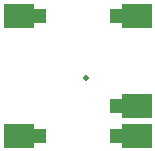
<source format=gbr>
%TF.GenerationSoftware,KiCad,Pcbnew,9.0.1+dfsg-1*%
%TF.CreationDate,2025-05-01T11:03:35+02:00*%
%TF.ProjectId,mems-microphone,6d656d73-2d6d-4696-9372-6f70686f6e65,rev?*%
%TF.SameCoordinates,Original*%
%TF.FileFunction,Soldermask,Bot*%
%TF.FilePolarity,Negative*%
%FSLAX46Y46*%
G04 Gerber Fmt 4.6, Leading zero omitted, Abs format (unit mm)*
G04 Created by KiCad (PCBNEW 9.0.1+dfsg-1) date 2025-05-01 11:03:35*
%MOMM*%
%LPD*%
G01*
G04 APERTURE LIST*
G04 Aperture macros list*
%AMRoundRect*
0 Rectangle with rounded corners*
0 $1 Rounding radius*
0 $2 $3 $4 $5 $6 $7 $8 $9 X,Y pos of 4 corners*
0 Add a 4 corners polygon primitive as box body*
4,1,4,$2,$3,$4,$5,$6,$7,$8,$9,$2,$3,0*
0 Add four circle primitives for the rounded corners*
1,1,$1+$1,$2,$3*
1,1,$1+$1,$4,$5*
1,1,$1+$1,$6,$7*
1,1,$1+$1,$8,$9*
0 Add four rect primitives between the rounded corners*
20,1,$1+$1,$2,$3,$4,$5,0*
20,1,$1+$1,$4,$5,$6,$7,0*
20,1,$1+$1,$6,$7,$8,$9,0*
20,1,$1+$1,$8,$9,$2,$3,0*%
G04 Aperture macros list end*
%ADD10C,0.500000*%
%ADD11R,2.540000X2.000000*%
%ADD12RoundRect,0.250000X-0.375000X-0.375000X0.375000X-0.375000X0.375000X0.375000X-0.375000X0.375000X0*%
G04 APERTURE END LIST*
D10*
%TO.C,MK1*%
X62632500Y-47862500D03*
%TD*%
D11*
%TO.C,M1*%
X66950000Y-42545000D03*
D12*
X65250000Y-42545000D03*
D11*
X66950000Y-50165000D03*
D12*
X65250000Y-50165000D03*
D11*
X66950000Y-52705000D03*
D12*
X65250000Y-52705000D03*
X58650000Y-42545000D03*
D11*
X56950000Y-42545000D03*
D12*
X58650000Y-52705000D03*
D11*
X56950000Y-52705000D03*
%TD*%
M02*

</source>
